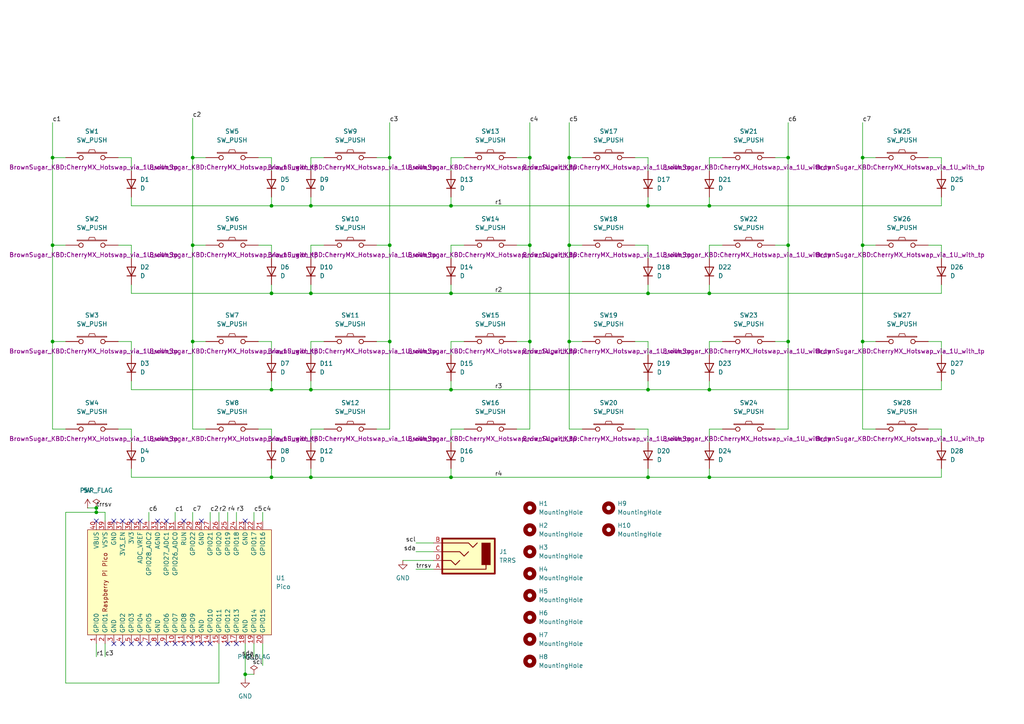
<source format=kicad_sch>
(kicad_sch (version 20231120) (generator "eeschema") (generator_version "8.0")
  (paper "A4")
  (lib_symbols
    (symbol "BrownSugar_KBD:SW_PUSH" (pin_numbers hide) (pin_names (offset 1.016) hide)
      (property "Reference" "SW" (at 3.81 2.794 0))
      (property "Value" "SW_PUSH" (at 0 -2.032 0))
      (symbol "SW_PUSH_0_1"
        (rectangle (start -4.318 1.27) (end 4.318 1.524))
        (polyline (pts (xy -1.016 1.524) (xy -0.762 2.286) (xy 0.762 2.286) (xy 1.016 1.524)))
        (pin passive inverted (at -7.62 0 0) (length 5.08) (name "1") (number "1"))
        (pin passive inverted (at 7.62 0 180) (length 5.08) (name "2") (number "2"))
      )
    )
    (symbol "BrownSugar_KBD:TRRS" (pin_names (offset 1.016))
      (property "Reference" "J" (at 0 8.89 0))
      (property "Value" "TRRS" (at 0 6.35 0))
      (symbol "TRRS_0_1"
        (rectangle (start -7.62 5.08) (end 7.62 -5.08) (stroke (width 0.508)) (fill (type background)))
        (rectangle (start -6.35 2.54) (end -3.81 -3.81) (stroke (width 0.127)) (fill (type outline)))
        (polyline (pts (xy 7.62 3.81) (xy -5.08 3.81) (xy -5.08 2.54)) (stroke (width 0.254)))
        (polyline (pts (xy 7.62 -3.81) (xy 0 -3.81) (xy -1.27 -2.54) (xy -2.54 -3.81)) (stroke (width 0.254)))
        (polyline (pts (xy 7.62 -1.27) (xy 2.54 -1.27) (xy 1.27 0) (xy 0 -1.27)) (stroke (width 0.254)))
        (polyline (pts (xy 7.62 1.27) (xy 5.08 1.27) (xy 3.81 2.54) (xy 2.54 1.27)) (stroke (width 0.254)))
      )
      (symbol "TRRS_1_1"
        (pin bidirectional line (at 10.16 3.81 180) (length 2.54) (name "~") (number "A"))
        (pin bidirectional line (at 10.16 -3.81 180) (length 2.54) (name "~") (number "B"))
        (pin bidirectional line (at 10.16 -1.27 180) (length 2.54) (name "~") (number "C"))
        (pin bidirectional line (at 10.16 1.27 180) (length 2.54) (name "~") (number "D"))
      )
    )
    (symbol "Device:D" (pin_numbers hide) (pin_names (offset 1.016) hide)
      (property "Reference" "D" (at 0 2.54 0))
      (property "Value" "D" (at 0 -2.54 0))
      (symbol "D_0_1"
        (polyline (pts (xy -1.27 1.27) (xy -1.27 -1.27)) (stroke (width 0.254)))
        (polyline (pts (xy 1.27 0) (xy -1.27 0)))
        (polyline (pts (xy 1.27 1.27) (xy 1.27 -1.27) (xy -1.27 0) (xy 1.27 1.27)) (stroke (width 0.254)))
      )
      (symbol "D_1_1"
        (pin passive line (at -3.81 0 0) (length 2.54) (name "K") (number "1"))
        (pin passive line (at 3.81 0 180) (length 2.54) (name "A") (number "2"))
      )
    )
    (symbol "MCU_RaspberryPi_and_Boards:Pico_no_debug"
      (property "Reference" "U" (at 0 0 0))
      (symbol "Pico_no_debug_0_0"
        (text "Raspberry Pi Pico" (at 0 24.13 0) (effects (font (size 1.27 1.27))))
      )
      (symbol "Pico_no_debug_0_1"
        (rectangle (start -15.24 29.21) (end 15.24 -24.13) (fill (type background)))
      )
      (symbol "Pico_no_debug_1_1"
        (pin bidirectional line (at -17.78 26.67 0) (length 2.54) (name "GPIO0") (number "1"))
        (pin bidirectional line (at -17.78 3.81 0) (length 2.54) (name "GPIO7") (number "10"))
        (pin bidirectional line (at -17.78 1.27 0) (length 2.54) (name "GPIO8") (number "11"))
        (pin bidirectional line (at -17.78 -1.27 0) (length 2.54) (name "GPIO9") (number "12"))
        (pin power_in line (at -17.78 -3.81 0) (length 2.54) (name "GND") (number "13"))
        (pin bidirectional line (at -17.78 -6.35 0) (length 2.54) (name "GPIO10") (number "14"))
        (pin bidirectional line (at -17.78 -8.89 0) (length 2.54) (name "GPIO11") (number "15"))
        (pin bidirectional line (at -17.78 -11.43 0) (length 2.54) (name "GPIO12") (number "16"))
        (pin bidirectional line (at -17.78 -13.97 0) (length 2.54) (name "GPIO13") (number "17"))
        (pin power_in line (at -17.78 -16.51 0) (length 2.54) (name "GND") (number "18"))
        (pin bidirectional line (at -17.78 -19.05 0) (length 2.54) (name "GPIO14") (number "19"))
        (pin bidirectional line (at -17.78 24.13 0) (length 2.54) (name "GPIO1") (number "2"))
        (pin bidirectional line (at -17.78 -21.59 0) (length 2.54) (name "GPIO15") (number "20"))
        (pin bidirectional line (at 17.78 -21.59 180) (length 2.54) (name "GPIO16") (number "21"))
        (pin bidirectional line (at 17.78 -19.05 180) (length 2.54) (name "GPIO17") (number "22"))
        (pin power_in line (at 17.78 -16.51 180) (length 2.54) (name "GND") (number "23"))
        (pin bidirectional line (at 17.78 -13.97 180) (length 2.54) (name "GPIO18") (number "24"))
        (pin bidirectional line (at 17.78 -11.43 180) (length 2.54) (name "GPIO19") (number "25"))
        (pin bidirectional line (at 17.78 -8.89 180) (length 2.54) (name "GPIO20") (number "26"))
        (pin bidirectional line (at 17.78 -6.35 180) (length 2.54) (name "GPIO21") (number "27"))
        (pin power_in line (at 17.78 -3.81 180) (length 2.54) (name "GND") (number "28"))
        (pin bidirectional line (at 17.78 -1.27 180) (length 2.54) (name "GPIO22") (number "29"))
        (pin power_in line (at -17.78 21.59 0) (length 2.54) (name "GND") (number "3"))
        (pin input line (at 17.78 1.27 180) (length 2.54) (name "RUN") (number "30"))
        (pin bidirectional line (at 17.78 3.81 180) (length 2.54) (name "GPIO26_ADC0") (number "31"))
        (pin bidirectional line (at 17.78 6.35 180) (length 2.54) (name "GPIO27_ADC1") (number "32"))
        (pin power_in line (at 17.78 8.89 180) (length 2.54) (name "AGND") (number "33"))
        (pin bidirectional line (at 17.78 11.43 180) (length 2.54) (name "GPIO28_ADC2") (number "34"))
        (pin power_in line (at 17.78 13.97 180) (length 2.54) (name "ADC_VREF") (number "35"))
        (pin power_in line (at 17.78 16.51 180) (length 2.54) (name "3V3") (number "36"))
        (pin input line (at 17.78 19.05 180) (length 2.54) (name "3V3_EN") (number "37"))
        (pin bidirectional line (at 17.78 21.59 180) (length 2.54) (name "GND") (number "38"))
        (pin power_in line (at 17.78 24.13 180) (length 2.54) (name "VSYS") (number "39"))
        (pin bidirectional line (at -17.78 19.05 0) (length 2.54) (name "GPIO2") (number "4"))
        (pin power_in line (at 17.78 26.67 180) (length 2.54) (name "VBUS") (number "40"))
        (pin bidirectional line (at -17.78 16.51 0) (length 2.54) (name "GPIO3") (number "5"))
        (pin bidirectional line (at -17.78 13.97 0) (length 2.54) (name "GPIO4") (number "6"))
        (pin bidirectional line (at -17.78 11.43 0) (length 2.54) (name "GPIO5") (number "7"))
        (pin power_in line (at -17.78 8.89 0) (length 2.54) (name "GND") (number "8"))
        (pin bidirectional line (at -17.78 6.35 0) (length 2.54) (name "GPIO6") (number "9"))
      )
    )
    (symbol "Mechanical:MountingHole" (pin_names (offset 1.016)) (exclude_from_sim yes) (in_bom no)
      (property "Reference" "H" (at 0 5.08 0))
      (property "Value" "MountingHole" (at 0 3.175 0))
      (symbol "MountingHole_0_1"
        (circle (center 0 0) (radius 1.27) (stroke (width 1.27)))
      )
    )
    (symbol "power:+3V3" (power) (pin_numbers hide) (pin_names (offset 0) hide)
      (property "Value" "+3V3" (at 0 3.556 0))
      (symbol "+3V3_0_1"
        (polyline (pts (xy -0.762 1.27) (xy 0 2.54)))
        (polyline (pts (xy 0 0) (xy 0 2.54)))
        (polyline (pts (xy 0 2.54) (xy 0.762 1.27)))
      )
      (symbol "+3V3_1_1"
        (pin power_in line (at 0 0 90) (length 0) (name "~") (number "1"))
      )
    )
    (symbol "power:GND" (power) (pin_numbers hide) (pin_names (offset 0) hide)
      (property "Value" "GND" (at 0 -3.81 0))
      (symbol "GND_0_1"
        (polyline (pts (xy 0 0) (xy 0 -1.27) (xy 1.27 -1.27) (xy 0 -2.54) (xy -1.27 -1.27) (xy 0 -1.27)))
      )
      (symbol "GND_1_1"
        (pin power_in line (at 0 0 270) (length 0) (name "~") (number "1"))
      )
    )
    (symbol "power:PWR_FLAG" (power) (pin_numbers hide) (pin_names (offset 0) hide)
      (property "Value" "PWR_FLAG" (at 0 3.81 0))
      (symbol "PWR_FLAG_0_0"
        (pin power_out line (at 0 0 90) (length 0) (name "~") (number "1"))
      )
      (symbol "PWR_FLAG_0_1"
        (polyline (pts (xy 0 0) (xy 0 1.27) (xy -1.016 1.905) (xy 0 2.54) (xy 1.016 1.905) (xy 0 1.27)))
      )
    )
  )
  (junction (at 78.74 113.03))
  (junction (at 187.96 85.09))
  (junction (at 205.74 59.69))
  (junction (at 15.24 99.06))
  (junction (at 187.96 138.43))
  (junction (at 55.88 99.06))
  (junction (at 113.03 71.12))
  (junction (at 130.81 113.03))
  (junction (at 27.94 148.59))
  (junction (at 78.74 85.09))
  (junction (at 55.88 45.72))
  (junction (at 78.74 59.69))
  (junction (at 250.19 99.06))
  (junction (at 228.6 45.72))
  (junction (at 71.12 195.58))
  (junction (at 130.81 85.09))
  (junction (at 187.96 113.03))
  (junction (at 113.03 45.72))
  (junction (at 165.1 71.12))
  (junction (at 165.1 45.72))
  (junction (at 55.88 71.12))
  (junction (at 153.67 71.12))
  (junction (at 15.24 71.12))
  (junction (at 153.67 99.06))
  (junction (at 90.17 138.43))
  (junction (at 228.6 71.12))
  (junction (at 113.03 99.06))
  (junction (at 165.1 99.06))
  (junction (at 250.19 71.12))
  (junction (at 205.74 138.43))
  (junction (at 90.17 59.69))
  (junction (at 90.17 113.03))
  (junction (at 250.19 45.72))
  (junction (at 27.94 147.32))
  (junction (at 15.24 45.72))
  (junction (at 130.81 138.43))
  (junction (at 78.74 138.43))
  (junction (at 153.67 45.72))
  (junction (at 228.6 99.06))
  (junction (at 205.74 85.09))
  (junction (at 205.74 113.03))
  (junction (at 90.17 85.09))
  (junction (at 130.81 59.69))
  (junction (at 187.96 59.69))
  (no_connect (at 66.04 186.69))
  (no_connect (at 38.1 186.69))
  (no_connect (at 40.64 151.13))
  (no_connect (at 58.42 186.69))
  (no_connect (at 38.1 151.13))
  (no_connect (at 33.02 151.13))
  (no_connect (at 60.96 186.69))
  (no_connect (at 40.64 186.69))
  (no_connect (at 50.8 186.69))
  (no_connect (at 48.26 186.69))
  (no_connect (at 35.56 151.13))
  (no_connect (at 27.94 151.13))
  (no_connect (at 45.72 186.69))
  (no_connect (at 48.26 151.13))
  (no_connect (at 43.18 186.69))
  (no_connect (at 71.12 151.13))
  (no_connect (at 55.88 186.69))
  (no_connect (at 58.42 151.13))
  (no_connect (at 68.58 186.69))
  (no_connect (at 53.34 151.13))
  (no_connect (at 53.34 186.69))
  (no_connect (at 45.72 151.13))
  (no_connect (at 35.56 186.69))
  (no_connect (at 33.02 186.69))
  (wire (pts (xy 38.1 71.12) (xy 38.1 74.93)))
  (wire (pts (xy 187.96 135.89) (xy 187.96 138.43)))
  (wire (pts (xy 66.04 151.13) (xy 66.04 148.59)))
  (wire (pts (xy 187.96 71.12) (xy 187.96 74.93)))
  (wire (pts (xy 125.73 165.1) (xy 120.65 165.1)))
  (wire (pts (xy 165.1 45.72) (xy 165.1 71.12)))
  (wire (pts (xy 269.24 99.06) (xy 273.05 99.06)))
  (wire (pts (xy 43.18 151.13) (xy 43.18 148.59)))
  (wire (pts (xy 228.6 99.06) (xy 228.6 124.46)))
  (wire (pts (xy 71.12 196.85) (xy 71.12 195.58)))
  (wire (pts (xy 38.1 99.06) (xy 38.1 102.87)))
  (wire (pts (xy 90.17 45.72) (xy 90.17 49.53)))
  (wire (pts (xy 60.96 148.59) (xy 60.96 151.13)))
  (wire (pts (xy 165.1 124.46) (xy 168.91 124.46)))
  (wire (pts (xy 187.96 99.06) (xy 187.96 102.87)))
  (wire (pts (xy 250.19 99.06) (xy 254 99.06)))
  (wire (pts (xy 187.96 138.43) (xy 205.74 138.43)))
  (wire (pts (xy 184.15 124.46) (xy 187.96 124.46)))
  (wire (pts (xy 205.74 135.89) (xy 205.74 138.43)))
  (wire (pts (xy 130.81 124.46) (xy 134.62 124.46)))
  (wire (pts (xy 73.66 148.59) (xy 73.66 151.13)))
  (wire (pts (xy 130.81 85.09) (xy 187.96 85.09)))
  (wire (pts (xy 90.17 71.12) (xy 93.98 71.12)))
  (wire (pts (xy 78.74 57.15) (xy 78.74 59.69)))
  (wire (pts (xy 187.96 124.46) (xy 187.96 128.27)))
  (wire (pts (xy 63.5 151.13) (xy 63.5 148.59)))
  (wire (pts (xy 76.2 148.59) (xy 76.2 151.13)))
  (wire (pts (xy 90.17 45.72) (xy 93.98 45.72)))
  (wire (pts (xy 38.1 135.89) (xy 38.1 138.43)))
  (wire (pts (xy 130.81 135.89) (xy 130.81 138.43)))
  (wire (pts (xy 78.74 45.72) (xy 78.74 49.53)))
  (wire (pts (xy 149.86 124.46) (xy 153.67 124.46)))
  (wire (pts (xy 224.79 45.72) (xy 228.6 45.72)))
  (wire (pts (xy 149.86 45.72) (xy 153.67 45.72)))
  (wire (pts (xy 273.05 57.15) (xy 273.05 59.69)))
  (wire (pts (xy 55.88 148.59) (xy 55.88 151.13)))
  (wire (pts (xy 187.96 57.15) (xy 187.96 59.69)))
  (wire (pts (xy 130.81 124.46) (xy 130.81 128.27)))
  (wire (pts (xy 78.74 110.49) (xy 78.74 113.03)))
  (wire (pts (xy 25.4 147.32) (xy 27.94 147.32)))
  (wire (pts (xy 78.74 113.03) (xy 90.17 113.03)))
  (wire (pts (xy 55.88 99.06) (xy 55.88 124.46)))
  (wire (pts (xy 224.79 124.46) (xy 228.6 124.46)))
  (wire (pts (xy 90.17 135.89) (xy 90.17 138.43)))
  (wire (pts (xy 269.24 71.12) (xy 273.05 71.12)))
  (wire (pts (xy 273.05 110.49) (xy 273.05 113.03)))
  (wire (pts (xy 273.05 71.12) (xy 273.05 74.93)))
  (wire (pts (xy 184.15 99.06) (xy 187.96 99.06)))
  (wire (pts (xy 74.93 45.72) (xy 78.74 45.72)))
  (wire (pts (xy 250.19 71.12) (xy 250.19 99.06)))
  (wire (pts (xy 15.24 99.06) (xy 19.05 99.06)))
  (wire (pts (xy 205.74 124.46) (xy 209.55 124.46)))
  (wire (pts (xy 90.17 110.49) (xy 90.17 113.03)))
  (wire (pts (xy 205.74 99.06) (xy 205.74 102.87)))
  (wire (pts (xy 130.81 113.03) (xy 187.96 113.03)))
  (wire (pts (xy 90.17 85.09) (xy 130.81 85.09)))
  (wire (pts (xy 30.48 151.13) (xy 30.48 148.59)))
  (wire (pts (xy 34.29 99.06) (xy 38.1 99.06)))
  (wire (pts (xy 38.1 57.15) (xy 38.1 59.69)))
  (wire (pts (xy 90.17 99.06) (xy 93.98 99.06)))
  (wire (pts (xy 130.81 71.12) (xy 130.81 74.93)))
  (wire (pts (xy 55.88 124.46) (xy 59.69 124.46)))
  (wire (pts (xy 38.1 45.72) (xy 38.1 49.53)))
  (wire (pts (xy 78.74 135.89) (xy 78.74 138.43)))
  (wire (pts (xy 187.96 82.55) (xy 187.96 85.09)))
  (wire (pts (xy 38.1 85.09) (xy 78.74 85.09)))
  (wire (pts (xy 113.03 45.72) (xy 113.03 71.12)))
  (wire (pts (xy 273.05 99.06) (xy 273.05 102.87)))
  (wire (pts (xy 76.2 186.69) (xy 76.2 193.04)))
  (wire (pts (xy 205.74 85.09) (xy 273.05 85.09)))
  (wire (pts (xy 38.1 124.46) (xy 38.1 128.27)))
  (wire (pts (xy 68.58 151.13) (xy 68.58 148.59)))
  (wire (pts (xy 228.6 35.56) (xy 228.6 45.72)))
  (wire (pts (xy 90.17 124.46) (xy 90.17 128.27)))
  (wire (pts (xy 205.74 71.12) (xy 205.74 74.93)))
  (wire (pts (xy 269.24 45.72) (xy 273.05 45.72)))
  (wire (pts (xy 165.1 99.06) (xy 165.1 124.46)))
  (wire (pts (xy 109.22 124.46) (xy 113.03 124.46)))
  (wire (pts (xy 90.17 71.12) (xy 90.17 74.93)))
  (wire (pts (xy 187.96 113.03) (xy 205.74 113.03)))
  (wire (pts (xy 50.8 148.59) (xy 50.8 151.13)))
  (wire (pts (xy 15.24 71.12) (xy 15.24 99.06)))
  (wire (pts (xy 55.88 34.29) (xy 55.88 45.72)))
  (wire (pts (xy 205.74 138.43) (xy 273.05 138.43)))
  (wire (pts (xy 273.05 135.89) (xy 273.05 138.43)))
  (wire (pts (xy 165.1 99.06) (xy 168.91 99.06)))
  (wire (pts (xy 71.12 186.69) (xy 71.12 195.58)))
  (wire (pts (xy 27.94 186.69) (xy 27.94 190.5)))
  (wire (pts (xy 250.19 35.56) (xy 250.19 45.72)))
  (wire (pts (xy 153.67 45.72) (xy 153.67 71.12)))
  (wire (pts (xy 78.74 99.06) (xy 78.74 102.87)))
  (wire (pts (xy 250.19 45.72) (xy 250.19 71.12)))
  (wire (pts (xy 113.03 99.06) (xy 113.03 124.46)))
  (wire (pts (xy 38.1 59.69) (xy 78.74 59.69)))
  (wire (pts (xy 109.22 45.72) (xy 113.03 45.72)))
  (wire (pts (xy 90.17 59.69) (xy 130.81 59.69)))
  (wire (pts (xy 38.1 110.49) (xy 38.1 113.03)))
  (wire (pts (xy 15.24 71.12) (xy 19.05 71.12)))
  (wire (pts (xy 55.88 71.12) (xy 59.69 71.12)))
  (wire (pts (xy 205.74 59.69) (xy 273.05 59.69)))
  (wire (pts (xy 187.96 59.69) (xy 205.74 59.69)))
  (wire (pts (xy 78.74 82.55) (xy 78.74 85.09)))
  (wire (pts (xy 165.1 71.12) (xy 165.1 99.06)))
  (wire (pts (xy 90.17 57.15) (xy 90.17 59.69)))
  (wire (pts (xy 116.84 162.56) (xy 125.73 162.56)))
  (wire (pts (xy 34.29 124.46) (xy 38.1 124.46)))
  (wire (pts (xy 90.17 138.43) (xy 130.81 138.43)))
  (wire (pts (xy 250.19 71.12) (xy 254 71.12)))
  (wire (pts (xy 205.74 57.15) (xy 205.74 59.69)))
  (wire (pts (xy 205.74 124.46) (xy 205.74 128.27)))
  (wire (pts (xy 30.48 186.69) (xy 30.48 190.5)))
  (wire (pts (xy 228.6 45.72) (xy 228.6 71.12)))
  (wire (pts (xy 38.1 113.03) (xy 78.74 113.03)))
  (wire (pts (xy 38.1 82.55) (xy 38.1 85.09)))
  (wire (pts (xy 165.1 35.56) (xy 165.1 45.72)))
  (wire (pts (xy 113.03 71.12) (xy 113.03 99.06)))
  (wire (pts (xy 205.74 71.12) (xy 209.55 71.12)))
  (wire (pts (xy 15.24 45.72) (xy 19.05 45.72)))
  (wire (pts (xy 55.88 71.12) (xy 55.88 99.06)))
  (wire (pts (xy 153.67 71.12) (xy 153.67 99.06)))
  (wire (pts (xy 149.86 99.06) (xy 153.67 99.06)))
  (wire (pts (xy 15.24 45.72) (xy 15.24 71.12)))
  (wire (pts (xy 205.74 110.49) (xy 205.74 113.03)))
  (wire (pts (xy 224.79 71.12) (xy 228.6 71.12)))
  (wire (pts (xy 273.05 45.72) (xy 273.05 49.53)))
  (wire (pts (xy 78.74 59.69) (xy 90.17 59.69)))
  (wire (pts (xy 63.5 186.69) (xy 63.5 198.12)))
  (wire (pts (xy 73.66 186.69) (xy 73.66 190.5)))
  (wire (pts (xy 184.15 45.72) (xy 187.96 45.72)))
  (wire (pts (xy 250.19 99.06) (xy 250.19 124.46)))
  (wire (pts (xy 269.24 124.46) (xy 273.05 124.46)))
  (wire (pts (xy 130.81 110.49) (xy 130.81 113.03)))
  (wire (pts (xy 130.81 45.72) (xy 130.81 49.53)))
  (wire (pts (xy 205.74 99.06) (xy 209.55 99.06)))
  (wire (pts (xy 130.81 59.69) (xy 187.96 59.69)))
  (wire (pts (xy 187.96 45.72) (xy 187.96 49.53)))
  (wire (pts (xy 90.17 124.46) (xy 93.98 124.46)))
  (wire (pts (xy 153.67 35.56) (xy 153.67 45.72)))
  (wire (pts (xy 109.22 99.06) (xy 113.03 99.06)))
  (wire (pts (xy 130.81 138.43) (xy 187.96 138.43)))
  (wire (pts (xy 55.88 45.72) (xy 59.69 45.72)))
  (wire (pts (xy 74.93 99.06) (xy 78.74 99.06)))
  (wire (pts (xy 130.81 99.06) (xy 130.81 102.87)))
  (wire (pts (xy 250.19 45.72) (xy 254 45.72)))
  (wire (pts (xy 78.74 85.09) (xy 90.17 85.09)))
  (wire (pts (xy 34.29 45.72) (xy 38.1 45.72)))
  (wire (pts (xy 125.73 160.02) (xy 120.65 160.02)))
  (wire (pts (xy 130.81 82.55) (xy 130.81 85.09)))
  (wire (pts (xy 153.67 99.06) (xy 153.67 124.46)))
  (wire (pts (xy 250.19 124.46) (xy 254 124.46)))
  (wire (pts (xy 187.96 110.49) (xy 187.96 113.03)))
  (wire (pts (xy 55.88 45.72) (xy 55.88 71.12)))
  (wire (pts (xy 38.1 138.43) (xy 78.74 138.43)))
  (wire (pts (xy 205.74 113.03) (xy 273.05 113.03)))
  (wire (pts (xy 78.74 71.12) (xy 78.74 74.93)))
  (wire (pts (xy 149.86 71.12) (xy 153.67 71.12)))
  (wire (pts (xy 113.03 35.56) (xy 113.03 45.72)))
  (wire (pts (xy 78.74 124.46) (xy 78.74 128.27)))
  (wire (pts (xy 125.73 157.48) (xy 120.65 157.48)))
  (wire (pts (xy 228.6 71.12) (xy 228.6 99.06)))
  (wire (pts (xy 205.74 45.72) (xy 205.74 49.53)))
  (wire (pts (xy 184.15 71.12) (xy 187.96 71.12)))
  (wire (pts (xy 205.74 45.72) (xy 209.55 45.72)))
  (wire (pts (xy 273.05 82.55) (xy 273.05 85.09)))
  (wire (pts (xy 90.17 82.55) (xy 90.17 85.09)))
  (wire (pts (xy 205.74 82.55) (xy 205.74 85.09)))
  (wire (pts (xy 130.81 57.15) (xy 130.81 59.69)))
  (wire (pts (xy 165.1 71.12) (xy 168.91 71.12)))
  (wire (pts (xy 90.17 113.03) (xy 130.81 113.03)))
  (wire (pts (xy 90.17 99.06) (xy 90.17 102.87)))
  (wire (pts (xy 73.66 195.58) (xy 71.12 195.58)))
  (wire (pts (xy 130.81 45.72) (xy 134.62 45.72)))
  (wire (pts (xy 130.81 99.06) (xy 134.62 99.06)))
  (wire (pts (xy 19.05 148.59) (xy 27.94 148.59)))
  (wire (pts (xy 15.24 124.46) (xy 19.05 124.46)))
  (wire (pts (xy 19.05 198.12) (xy 19.05 148.59)))
  (wire (pts (xy 187.96 85.09) (xy 205.74 85.09)))
  (wire (pts (xy 74.93 124.46) (xy 78.74 124.46)))
  (wire (pts (xy 27.94 147.32) (xy 27.94 148.59)))
  (wire (pts (xy 224.79 99.06) (xy 228.6 99.06)))
  (wire (pts (xy 15.24 99.06) (xy 15.24 124.46)))
  (wire (pts (xy 74.93 71.12) (xy 78.74 71.12)))
  (wire (pts (xy 109.22 71.12) (xy 113.03 71.12)))
  (wire (pts (xy 55.88 99.06) (xy 59.69 99.06)))
  (wire (pts (xy 130.81 71.12) (xy 134.62 71.12)))
  (wire (pts (xy 165.1 45.72) (xy 168.91 45.72)))
  (wire (pts (xy 34.29 71.12) (xy 38.1 71.12)))
  (wire (pts (xy 273.05 124.46) (xy 273.05 128.27)))
  (wire (pts (xy 78.74 138.43) (xy 90.17 138.43)))
  (wire (pts (xy 63.5 198.12) (xy 19.05 198.12)))
  (wire (pts (xy 15.24 35.56) (xy 15.24 45.72)))
  (wire (pts (xy 30.48 148.59) (xy 27.94 148.59)))
  (label "r2" (at 143.51 85.09 0))
  (label "c1" (at 50.8 148.59 0))
  (label "trrsv" (at 27.94 147.32 0))
  (label "sda" (at 120.65 160.02 180))
  (label "r3" (at 68.58 148.59 0))
  (label "r4" (at 66.04 148.59 0))
  (label "c4" (at 153.67 35.56 0))
  (label "c6" (at 228.6 35.56 0))
  (label "c3" (at 113.03 35.56 0))
  (label "r3" (at 143.51 113.03 0))
  (label "c2" (at 60.96 148.59 0))
  (label "sda" (at 73.66 190.5 180))
  (label "c7" (at 250.19 35.56 0))
  (label "GND" (at 71.12 191.77 0))
  (label "c5" (at 165.1 35.56 0))
  (label "c5" (at 73.66 148.59 0))
  (label "r2" (at 63.5 148.59 0))
  (label "r4" (at 143.51 138.43 0))
  (label "c1" (at 15.24 35.56 0))
  (label "c6" (at 43.18 148.59 0))
  (label "c3" (at 30.48 190.5 0))
  (label "scl" (at 120.65 157.48 180))
  (label "c7" (at 55.88 148.59 0))
  (label "c2" (at 55.88 34.29 0))
  (label "trrsv" (at 120.65 165.1 0))
  (label "r1" (at 27.94 190.5 0))
  (label "scl" (at 76.2 193.04 180))
  (label "r1" (at 143.51 59.69 0))
  (label "c4" (at 76.2 148.59 0))
  (symbol (lib_id "BrownSugar_KBD:SW_PUSH") (at 67.31 45.72 0) (unit 1)
    (property "Reference" "SW5" (at 67.31 38.1 0))
    (property "Value" "SW_PUSH" (at 67.31 40.64 0))
    (property "Footprint" "BrownSugar_KBD:CherryMX_Hotswap_via_1U_with_tp" (at 67.818 48.514 0))
  )
  (symbol (lib_id "Device:D") (at 187.96 53.34 90) (unit 1)
    (property "Reference" "D17" (at 190.5 52.0699 90) (effects (justify right)))
    (property "Value" "D" (at 190.5 54.6099 90) (effects (justify right)))
    (property "Footprint" "Diode_THT:D_DO-34_SOD68_P12.70mm_Horizontal" (effects (hide yes)))
    (property "Description" "Diode" (effects (hide yes)))
    (property "Sim.Device" "D" (effects (hide yes)))
    (property "Sim.Pins" "1=K 2=A" (effects (hide yes)))
  )
  (symbol (lib_id "Device:D") (at 38.1 106.68 90) (unit 1)
    (property "Reference" "D3" (at 40.64 105.4099 90) (effects (justify right)))
    (property "Value" "D" (at 40.64 107.9499 90) (effects (justify right)))
    (property "Footprint" "Diode_THT:D_DO-34_SOD68_P12.70mm_Horizontal" (effects (hide yes)))
    (property "Description" "Diode" (effects (hide yes)))
    (property "Sim.Device" "D" (effects (hide yes)))
    (property "Sim.Pins" "1=K 2=A" (effects (hide yes)))
  )
  (symbol (lib_id "BrownSugar_KBD:SW_PUSH") (at 176.53 99.06 0) (mirror y) (unit 1)
    (property "Reference" "SW19" (at 176.53 91.44 0))
    (property "Value" "SW_PUSH" (at 176.53 93.98 0))
    (property "Footprint" "BrownSugar_KBD:CherryMX_Hotswap_via_1U_with_tp" (at 176.022 101.854 0))
  )
  (symbol (lib_id "BrownSugar_KBD:SW_PUSH") (at 142.24 99.06 0) (unit 1)
    (property "Reference" "SW15" (at 142.24 91.44 0))
    (property "Value" "SW_PUSH" (at 142.24 93.98 0))
    (property "Footprint" "BrownSugar_KBD:CherryMX_Hotswap_via_1U_with_tp" (at 142.748 101.854 0))
  )
  (symbol (lib_id "BrownSugar_KBD:SW_PUSH") (at 67.31 124.46 0) (unit 1)
    (property "Reference" "SW8" (at 67.31 116.84 0))
    (property "Value" "SW_PUSH" (at 67.31 119.38 0))
    (property "Footprint" "BrownSugar_KBD:CherryMX_Hotswap_via_1U_with_tp" (at 67.818 127.254 0))
  )
  (symbol (lib_id "Mechanical:MountingHole") (at 176.53 153.67 0) (unit 1) (exclude_from_sim yes) (in_bom no)
    (property "Reference" "H10" (at 179.07 152.3999 0) (effects (justify left)))
    (property "Value" "MountingHole" (at 179.07 154.9399 0) (effects (justify left)))
    (property "Footprint" "BrownSugar_KBD:mountinghole_M2" (effects (hide yes)))
    (property "Description" "Mounting Hole without connection" (effects (hide yes)))
  )
  (symbol (lib_id "BrownSugar_KBD:SW_PUSH") (at 101.6 99.06 0) (unit 1)
    (property "Reference" "SW11" (at 101.6 91.44 0))
    (property "Value" "SW_PUSH" (at 101.6 93.98 0))
    (property "Footprint" "BrownSugar_KBD:CherryMX_Hotswap_via_1U_with_tp" (at 102.108 101.854 0))
  )
  (symbol (lib_id "Mechanical:MountingHole") (at 153.67 179.07 0) (unit 1) (exclude_from_sim yes) (in_bom no)
    (property "Reference" "H6" (at 156.21 177.7999 0) (effects (justify left)))
    (property "Value" "MountingHole" (at 156.21 180.3399 0) (effects (justify left)))
    (property "Footprint" "BrownSugar_KBD:mountinghole_M2" (effects (hide yes)))
    (property "Description" "Mounting Hole without connection" (effects (hide yes)))
  )
  (symbol (lib_id "BrownSugar_KBD:SW_PUSH") (at 176.53 71.12 0) (mirror y) (unit 1)
    (property "Reference" "SW18" (at 176.53 63.5 0))
    (property "Value" "SW_PUSH" (at 176.53 66.04 0))
    (property "Footprint" "BrownSugar_KBD:CherryMX_Hotswap_via_1U_with_tp" (at 176.022 73.914 0))
  )
  (symbol (lib_id "Mechanical:MountingHole") (at 153.67 172.72 0) (unit 1) (exclude_from_sim yes) (in_bom no)
    (property "Reference" "H5" (at 156.21 171.4499 0) (effects (justify left)))
    (property "Value" "MountingHole" (at 156.21 173.9899 0) (effects (justify left)))
    (property "Footprint" "BrownSugar_KBD:mountinghole_M2" (effects (hide yes)))
    (property "Description" "Mounting Hole without connection" (effects (hide yes)))
  )
  (symbol (lib_id "BrownSugar_KBD:SW_PUSH") (at 176.53 45.72 0) (mirror y) (unit 1)
    (property "Reference" "SW17" (at 176.53 38.1 0))
    (property "Value" "SW_PUSH" (at 176.53 40.64 0))
    (property "Footprint" "BrownSugar_KBD:CherryMX_Hotswap_via_1U_with_tp" (at 176.022 48.514 0))
  )
  (symbol (lib_id "BrownSugar_KBD:TRRS") (at 135.89 161.29 180) (unit 1)
    (property "Reference" "J1" (at 144.78 160.0199 0) (effects (justify right)))
    (property "Value" "TRRS" (at 144.78 162.5599 0) (effects (justify right)))
    (property "Footprint" "BrownSugar_KBD:TRRS_PJ-320A" (effects (hide yes)))
  )
  (symbol (lib_id "Mechanical:MountingHole") (at 153.67 160.02 0) (unit 1) (exclude_from_sim yes) (in_bom no)
    (property "Reference" "H3" (at 156.21 158.7499 0) (effects (justify left)))
    (property "Value" "MountingHole" (at 156.21 161.2899 0) (effects (justify left)))
    (property "Footprint" "BrownSugar_KBD:mountinghole_M2" (effects (hide yes)))
    (property "Description" "Mounting Hole without connection" (effects (hide yes)))
  )
  (symbol (lib_id "Mechanical:MountingHole") (at 153.67 147.32 0) (unit 1) (exclude_from_sim yes) (in_bom no)
    (property "Reference" "H1" (at 156.21 146.0499 0) (effects (justify left)))
    (property "Value" "MountingHole" (at 156.21 148.5899 0) (effects (justify left)))
    (property "Footprint" "BrownSugar_KBD:mountinghole_M2" (effects (hide yes)))
    (property "Description" "Mounting Hole without connection" (effects (hide yes)))
  )
  (symbol (lib_id "power:+3V3") (at 25.4 147.32 0) (unit 1)
    (property "Reference" "#PWR04" (effects (hide yes)))
    (property "Value" "5V" (at 25.4 142.24 0))
    (property "Description" "Power symbol creates a global label with name \"+3V3\"" (effects (hide yes)))
  )
  (symbol (lib_id "Device:D") (at 90.17 132.08 90) (unit 1)
    (property "Reference" "D12" (at 92.71 130.8099 90) (effects (justify right)))
    (property "Value" "D" (at 92.71 133.3499 90) (effects (justify right)))
    (property "Footprint" "Diode_THT:D_DO-34_SOD68_P7.62mm_Horizontal" (effects (hide yes)))
    (property "Description" "Diode" (effects (hide yes)))
    (property "Sim.Device" "D" (effects (hide yes)))
    (property "Sim.Pins" "1=K 2=A" (effects (hide yes)))
  )
  (symbol (lib_id "Mechanical:MountingHole") (at 153.67 166.37 0) (unit 1) (exclude_from_sim yes) (in_bom no)
    (property "Reference" "H4" (at 156.21 165.0999 0) (effects (justify left)))
    (property "Value" "MountingHole" (at 156.21 167.6399 0) (effects (justify left)))
    (property "Footprint" "BrownSugar_KBD:mountinghole_M2" (effects (hide yes)))
    (property "Description" "Mounting Hole without connection" (effects (hide yes)))
  )
  (symbol (lib_id "Device:D") (at 187.96 78.74 90) (unit 1)
    (property "Reference" "D18" (at 190.5 77.4699 90) (effects (justify right)))
    (property "Value" "D" (at 190.5 80.0099 90) (effects (justify right)))
    (property "Footprint" "Diode_THT:D_DO-34_SOD68_P12.70mm_Horizontal" (effects (hide yes)))
    (property "Description" "Diode" (effects (hide yes)))
    (property "Sim.Device" "D" (effects (hide yes)))
    (property "Sim.Pins" "1=K 2=A" (effects (hide yes)))
  )
  (symbol (lib_id "BrownSugar_KBD:SW_PUSH") (at 101.6 124.46 0) (unit 1)
    (property "Reference" "SW12" (at 101.6 116.84 0))
    (property "Value" "SW_PUSH" (at 101.6 119.38 0))
    (property "Footprint" "BrownSugar_KBD:CherryMX_Hotswap_via_1U_with_tp" (at 102.108 127.254 0))
  )
  (symbol (lib_id "Mechanical:MountingHole") (at 153.67 191.77 0) (unit 1) (exclude_from_sim yes) (in_bom no)
    (property "Reference" "H8" (at 156.21 190.4999 0) (effects (justify left)))
    (property "Value" "MountingHole" (at 156.21 193.0399 0) (effects (justify left)))
    (property "Footprint" "BrownSugar_KBD:mountinghole_M2" (effects (hide yes)))
    (property "Description" "Mounting Hole without connection" (effects (hide yes)))
  )
  (symbol (lib_id "BrownSugar_KBD:SW_PUSH") (at 26.67 124.46 0) (unit 1)
    (property "Reference" "SW4" (at 26.67 116.84 0))
    (property "Value" "SW_PUSH" (at 26.67 119.38 0))
    (property "Footprint" "BrownSugar_KBD:CherryMX_Hotswap_via_1U_with_tp" (at 27.178 127.254 0))
  )
  (symbol (lib_id "Device:D") (at 38.1 78.74 90) (unit 1)
    (property "Reference" "D2" (at 40.64 77.4699 90) (effects (justify right)))
    (property "Value" "D" (at 40.64 80.0099 90) (effects (justify right)))
    (property "Footprint" "Diode_THT:D_DO-15_P15.24mm_Horizontal" (effects (hide yes)))
    (property "Description" "Diode" (effects (hide yes)))
    (property "Sim.Device" "D" (effects (hide yes)))
    (property "Sim.Pins" "1=K 2=A" (effects (hide yes)))
  )
  (symbol (lib_id "Device:D") (at 273.05 106.68 90) (unit 1)
    (property "Reference" "D27" (at 275.59 105.4099 90) (effects (justify right)))
    (property "Value" "D" (at 275.59 107.9499 90) (effects (justify right)))
    (property "Footprint" "Diode_THT:D_DO-34_SOD68_P12.70mm_Horizontal" (effects (hide yes)))
    (property "Description" "Diode" (effects (hide yes)))
    (property "Sim.Device" "D" (effects (hide yes)))
    (property "Sim.Pins" "1=K 2=A" (effects (hide yes)))
  )
  (symbol (lib_id "Device:D") (at 78.74 78.74 90) (unit 1)
    (property "Reference" "D6" (at 81.28 77.4699 90) (effects (justify right)))
    (property "Value" "D" (at 81.28 80.0099 90) (effects (justify right)))
    (property "Footprint" "Diode_THT:D_DO-34_SOD68_P10.16mm_Horizontal" (effects (hide yes)))
    (property "Description" "Diode" (effects (hide yes)))
    (property "Sim.Device" "D" (effects (hide yes)))
    (property "Sim.Pins" "1=K 2=A" (effects (hide yes)))
  )
  (symbol (lib_id "Device:D") (at 273.05 132.08 90) (unit 1)
    (property "Reference" "D28" (at 275.59 130.8099 90) (effects (justify right)))
    (property "Value" "D" (at 275.59 133.3499 90) (effects (justify right)))
    (property "Footprint" "Diode_THT:D_DO-34_SOD68_P12.70mm_Horizontal" (effects (hide yes)))
    (property "Description" "Diode" (effects (hide yes)))
    (property "Sim.Device" "D" (effects (hide yes)))
    (property "Sim.Pins" "1=K 2=A" (effects (hide yes)))
  )
  (symbol (lib_id "power:GND") (at 71.12 196.85 0) (unit 1)
    (property "Reference" "#PWR01" (effects (hide yes)))
    (property "Value" "GND" (at 71.12 201.93 0))
    (property "Description" "Power symbol creates a global label with name \"GND\" , ground" (effects (hide yes)))
  )
  (symbol (lib_id "power:GND") (at 116.84 162.56 0) (unit 1)
    (property "Reference" "#PWR03" (effects (hide yes)))
    (property "Value" "GND" (at 116.84 167.64 0))
    (property "Description" "Power symbol creates a global label with name \"GND\" , ground" (effects (hide yes)))
  )
  (symbol (lib_id "power:PWR_FLAG") (at 73.66 195.58 0) (unit 1)
    (property "Reference" "#FLG02" (effects (hide yes)))
    (property "Value" "PWR_FLAG" (at 73.66 190.5 0))
    (property "Description" "Special symbol for telling ERC where power comes from" (effects (hide yes)))
  )
  (symbol (lib_id "BrownSugar_KBD:SW_PUSH") (at 142.24 71.12 0) (unit 1)
    (property "Reference" "SW14" (at 142.24 63.5 0))
    (property "Value" "SW_PUSH" (at 142.24 66.04 0))
    (property "Footprint" "BrownSugar_KBD:CherryMX_Hotswap_via_1U_with_tp" (at 142.748 73.914 0))
  )
  (symbol (lib_id "Device:D") (at 90.17 53.34 90) (unit 1)
    (property "Reference" "D9" (at 92.71 52.0699 90) (effects (justify right)))
    (property "Value" "D" (at 92.71 54.6099 90) (effects (justify right)))
    (property "Footprint" "Diode_THT:D_DO-34_SOD68_P10.16mm_Horizontal" (effects (hide yes)))
    (property "Description" "Diode" (effects (hide yes)))
    (property "Sim.Device" "D" (effects (hide yes)))
    (property "Sim.Pins" "1=K 2=A" (effects (hide yes)))
  )
  (symbol (lib_id "Device:D") (at 205.74 132.08 90) (unit 1)
    (property "Reference" "D24" (at 208.28 130.8099 90) (effects (justify right)))
    (property "Value" "D" (at 208.28 133.3499 90) (effects (justify right)))
    (property "Footprint" "Diode_THT:D_DO-34_SOD68_P10.16mm_Horizontal" (effects (hide yes)))
    (property "Description" "Diode" (effects (hide yes)))
    (property "Sim.Device" "D" (effects (hide yes)))
    (property "Sim.Pins" "1=K 2=A" (effects (hide yes)))
  )
  (symbol (lib_id "Device:D") (at 130.81 132.08 90) (unit 1)
    (property "Reference" "D16" (at 133.35 130.8099 90) (effects (justify right)))
    (property "Value" "D" (at 133.35 133.3499 90) (effects (justify right)))
    (property "Footprint" "Diode_THT:D_DO-34_SOD68_P12.70mm_Horizontal" (effects (hide yes)))
    (property "Description" "Diode" (effects (hide yes)))
    (property "Sim.Device" "D" (effects (hide yes)))
    (property "Sim.Pins" "1=K 2=A" (effects (hide yes)))
  )
  (symbol (lib_id "BrownSugar_KBD:SW_PUSH") (at 217.17 45.72 0) (mirror y) (unit 1)
    (property "Reference" "SW21" (at 217.17 38.1 0))
    (property "Value" "SW_PUSH" (at 217.17 40.64 0))
    (property "Footprint" "BrownSugar_KBD:CherryMX_Hotswap_via_1U_with_tp" (at 216.662 48.514 0))
  )
  (symbol (lib_id "BrownSugar_KBD:SW_PUSH") (at 261.62 45.72 0) (mirror y) (unit 1)
    (property "Reference" "SW25" (at 261.62 38.1 0))
    (property "Value" "SW_PUSH" (at 261.62 40.64 0))
    (property "Footprint" "BrownSugar_KBD:CherryMX_Hotswap_via_1U_with_tp" (at 261.112 48.514 0))
  )
  (symbol (lib_id "Device:D") (at 273.05 78.74 90) (unit 1)
    (property "Reference" "D26" (at 275.59 77.4699 90) (effects (justify right)))
    (property "Value" "D" (at 275.59 80.0099 90) (effects (justify right)))
    (property "Footprint" "Diode_THT:D_DO-34_SOD68_P12.70mm_Horizontal" (effects (hide yes)))
    (property "Description" "Diode" (effects (hide yes)))
    (property "Sim.Device" "D" (effects (hide yes)))
    (property "Sim.Pins" "1=K 2=A" (effects (hide yes)))
  )
  (symbol (lib_id "Device:D") (at 205.74 106.68 90) (unit 1)
    (property "Reference" "D23" (at 208.28 105.4099 90) (effects (justify right)))
    (property "Value" "D" (at 208.28 107.9499 90) (effects (justify right)))
    (property "Footprint" "Diode_THT:D_DO-34_SOD68_P10.16mm_Horizontal" (effects (hide yes)))
    (property "Description" "Diode" (effects (hide yes)))
    (property "Sim.Device" "D" (effects (hide yes)))
    (property "Sim.Pins" "1=K 2=A" (effects (hide yes)))
  )
  (symbol (lib_id "BrownSugar_KBD:SW_PUSH") (at 261.62 99.06 0) (mirror y) (unit 1)
    (property "Reference" "SW27" (at 261.62 91.44 0))
    (property "Value" "SW_PUSH" (at 261.62 93.98 0))
    (property "Footprint" "BrownSugar_KBD:CherryMX_Hotswap_via_1U_with_tp" (at 261.112 101.854 0))
  )
  (symbol (lib_id "BrownSugar_KBD:SW_PUSH") (at 217.17 99.06 0) (mirror y) (unit 1)
    (property "Reference" "SW23" (at 217.17 91.44 0))
    (property "Value" "SW_PUSH" (at 217.17 93.98 0))
    (property "Footprint" "BrownSugar_KBD:CherryMX_Hotswap_via_1U_with_tp" (at 216.662 101.854 0))
  )
  (symbol (lib_id "BrownSugar_KBD:SW_PUSH") (at 26.67 45.72 0) (unit 1)
    (property "Reference" "SW1" (at 26.67 38.1 0))
    (property "Value" "SW_PUSH" (at 26.67 40.64 0))
    (property "Footprint" "BrownSugar_KBD:CherryMX_Hotswap_via_1U_with_tp" (at 27.178 48.514 0))
  )
  (symbol (lib_id "Mechanical:MountingHole") (at 153.67 153.67 0) (unit 1) (exclude_from_sim yes) (in_bom no)
    (property "Reference" "H2" (at 156.21 152.3999 0) (effects (justify left)))
    (property "Value" "MountingHole" (at 156.21 154.9399 0) (effects (justify left)))
    (property "Footprint" "BrownSugar_KBD:mountinghole_M2" (effects (hide yes)))
    (property "Description" "Mounting Hole without connection" (effects (hide yes)))
  )
  (symbol (lib_id "Device:D") (at 78.74 106.68 90) (unit 1)
    (property "Reference" "D7" (at 81.28 105.4099 90) (effects (justify right)))
    (property "Value" "D" (at 81.28 107.9499 90) (effects (justify right)))
    (property "Footprint" "Diode_THT:D_DO-34_SOD68_P7.62mm_Horizontal" (effects (hide yes)))
    (property "Description" "Diode" (effects (hide yes)))
    (property "Sim.Device" "D" (effects (hide yes)))
    (property "Sim.Pins" "1=K 2=A" (effects (hide yes)))
  )
  (symbol (lib_id "BrownSugar_KBD:SW_PUSH") (at 176.53 124.46 0) (mirror y) (unit 1)
    (property "Reference" "SW20" (at 176.53 116.84 0))
    (property "Value" "SW_PUSH" (at 176.53 119.38 0))
    (property "Footprint" "BrownSugar_KBD:CherryMX_Hotswap_via_1U_with_tp" (at 176.022 127.254 0))
  )
  (symbol (lib_id "Device:D") (at 130.81 78.74 90) (unit 1)
    (property "Reference" "D14" (at 133.35 77.4699 90) (effects (justify right)))
    (property "Value" "D" (at 133.35 80.0099 90) (effects (justify right)))
    (property "Footprint" "Diode_THT:D_DO-34_SOD68_P12.70mm_Horizontal" (effects (hide yes)))
    (property "Description" "Diode" (effects (hide yes)))
    (property "Sim.Device" "D" (effects (hide yes)))
    (property "Sim.Pins" "1=K 2=A" (effects (hide yes)))
  )
  (symbol (lib_id "BrownSugar_KBD:SW_PUSH") (at 26.67 71.12 0) (unit 1)
    (property "Reference" "SW2" (at 26.67 63.5 0))
    (property "Value" "SW_PUSH" (at 26.67 66.04 0))
    (property "Footprint" "BrownSugar_KBD:CherryMX_Hotswap_via_1U_with_tp" (at 27.178 73.914 0))
  )
  (symbol (lib_id "BrownSugar_KBD:SW_PUSH") (at 67.31 71.12 0) (unit 1)
    (property "Reference" "SW6" (at 67.31 63.5 0))
    (property "Value" "SW_PUSH" (at 67.31 66.04 0))
    (property "Footprint" "BrownSugar_KBD:CherryMX_Hotswap_via_1U_with_tp" (at 67.818 73.914 0))
  )
  (symbol (lib_id "Mechanical:MountingHole") (at 153.67 185.42 0) (unit 1) (exclude_from_sim yes) (in_bom no)
    (property "Reference" "H7" (at 156.21 184.1499 0) (effects (justify left)))
    (property "Value" "MountingHole" (at 156.21 186.6899 0) (effects (justify left)))
    (property "Footprint" "BrownSugar_KBD:mountinghole_M2" (effects (hide yes)))
    (property "Description" "Mounting Hole without connection" (effects (hide yes)))
  )
  (symbol (lib_id "Device:D") (at 187.96 106.68 90) (unit 1)
    (property "Reference" "D19" (at 190.5 105.4099 90) (effects (justify right)))
    (property "Value" "D" (at 190.5 107.9499 90) (effects (justify right)))
    (property "Footprint" "Diode_THT:D_DO-34_SOD68_P12.70mm_Horizontal" (effects (hide yes)))
    (property "Description" "Diode" (effects (hide yes)))
    (property "Sim.Device" "D" (effects (hide yes)))
    (property "Sim.Pins" "1=K 2=A" (effects (hide yes)))
  )
  (symbol (lib_id "BrownSugar_KBD:SW_PUSH") (at 142.24 124.46 0) (unit 1)
    (property "Reference" "SW16" (at 142.24 116.84 0))
    (property "Value" "SW_PUSH" (at 142.24 119.38 0))
    (property "Footprint" "BrownSugar_KBD:CherryMX_Hotswap_via_1U_with_tp" (at 142.748 127.254 0))
  )
  (symbol (lib_id "Device:D") (at 38.1 132.08 90) (unit 1)
    (property "Reference" "D4" (at 40.64 130.8099 90) (effects (justify right)))
    (property "Value" "D" (at 40.64 133.3499 90) (effects (justify right)))
    (property "Footprint" "Diode_THT:D_DO-15_P15.24mm_Horizontal" (effects (hide yes)))
    (property "Description" "Diode" (effects (hide yes)))
    (property "Sim.Device" "D" (effects (hide yes)))
    (property "Sim.Pins" "1=K 2=A" (effects (hide yes)))
  )
  (symbol (lib_id "BrownSugar_KBD:SW_PUSH") (at 217.17 124.46 0) (mirror y) (unit 1)
    (property "Reference" "SW24" (at 217.17 116.84 0))
    (property "Value" "SW_PUSH" (at 217.17 119.38 0))
    (property "Footprint" "BrownSugar_KBD:CherryMX_Hotswap_via_1U_with_tp" (at 216.662 127.254 0))
  )
  (symbol (lib_id "Device:D") (at 205.74 53.34 90) (unit 1)
    (property "Reference" "D21" (at 208.28 52.0699 90) (effects (justify right)))
    (property "Value" "D" (at 208.28 54.6099 90) (effects (justify right)))
    (property "Footprint" "Diode_THT:D_DO-34_SOD68_P10.16mm_Horizontal" (effects (hide yes)))
    (property "Description" "Diode" (effects (hide yes)))
    (property "Sim.Device" "D" (effects (hide yes)))
    (property "Sim.Pins" "1=K 2=A" (effects (hide yes)))
  )
  (symbol (lib_id "Device:D") (at 130.81 106.68 90) (unit 1)
    (property "Reference" "D15" (at 133.35 105.4099 90) (effects (justify right)))
    (property "Value" "D" (at 133.35 107.9499 90) (effects (justify right)))
    (property "Footprint" "Diode_THT:D_DO-15_P15.24mm_Horizontal" (effects (hide yes)))
    (property "Description" "Diode" (effects (hide yes)))
    (property "Sim.Device" "D" (effects (hide yes)))
    (property "Sim.Pins" "1=K 2=A" (effects (hide yes)))
  )
  (symbol (lib_id "BrownSugar_KBD:SW_PUSH") (at 101.6 45.72 0) (unit 1)
    (property "Reference" "SW9" (at 101.6 38.1 0))
    (property "Value" "SW_PUSH" (at 101.6 40.64 0))
    (property "Footprint" "BrownSugar_KBD:CherryMX_Hotswap_via_1U_with_tp" (at 102.108 48.514 0))
  )
  (symbol (lib_id "Mechanical:MountingHole") (at 176.53 147.32 0) (unit 1) (exclude_from_sim yes) (in_bom no)
    (property "Reference" "H9" (at 179.07 146.0499 0) (effects (justify left)))
    (property "Value" "MountingHole" (at 179.07 148.5899 0) (effects (justify left)))
    (property "Footprint" "BrownSugar_KBD:mountinghole_M2" (effects (hide yes)))
    (property "Description" "Mounting Hole without connection" (effects (hide yes)))
  )
  (symbol (lib_id "Device:D") (at 78.74 132.08 90) (unit 1)
    (property "Reference" "D8" (at 81.28 130.8099 90) (effects (justify right)))
    (property "Value" "D" (at 81.28 133.3499 90) (effects (justify right)))
    (property "Footprint" "Diode_THT:D_DO-34_SOD68_P10.16mm_Horizontal" (effects (hide yes)))
    (property "Description" "Diode" (effects (hide yes)))
    (property "Sim.Device" "D" (effects (hide yes)))
    (property "Sim.Pins" "1=K 2=A" (effects (hide yes)))
  )
  (symbol (lib_id "BrownSugar_KBD:SW_PUSH") (at 101.6 71.12 0) (unit 1)
    (property "Reference" "SW10" (at 101.6 63.5 0))
    (property "Value" "SW_PUSH" (at 101.6 66.04 0))
    (property "Footprint" "BrownSugar_KBD:CherryMX_Hotswap_via_1U_with_tp" (at 102.108 73.914 0))
  )
  (symbol (lib_id "MCU_RaspberryPi_and_Boards:Pico_no_debug") (at 54.61 168.91 90) (unit 1)
    (property "Reference" "U1" (at 80.01 167.6399 90) (effects (justify right)))
    (property "Value" "Pico" (at 80.01 170.1799 90) (effects (justify right)))
    (property "Footprint" "MCU_RaspberryPi_and_Boards:RPi_Pico_SMD_TH_NO_DEBUG" (effects (hide yes)))
  )
  (symbol (lib_id "Device:D") (at 205.74 78.74 90) (unit 1)
    (property "Reference" "D22" (at 208.28 77.4699 90) (effects (justify right)))
    (property "Value" "D" (at 208.28 80.0099 90) (effects (justify right)))
    (property "Footprint" "Diode_THT:D_DO-34_SOD68_P7.62mm_Horizontal" (effects (hide yes)))
    (property "Description" "Diode" (effects (hide yes)))
    (property "Sim.Device" "D" (effects (hide yes)))
    (property "Sim.Pins" "1=K 2=A" (effects (hide yes)))
  )
  (symbol (lib_id "BrownSugar_KBD:SW_PUSH") (at 217.17 71.12 0) (mirror y) (unit 1)
    (property "Reference" "SW22" (at 217.17 63.5 0))
    (property "Value" "SW_PUSH" (at 217.17 66.04 0))
    (property "Footprint" "BrownSugar_KBD:CherryMX_Hotswap_via_1U_with_tp" (at 216.662 73.914 0))
  )
  (symbol (lib_id "Device:D") (at 90.17 78.74 90) (unit 1)
    (property "Reference" "D10" (at 92.71 77.4699 90) (effects (justify right)))
    (property "Value" "D" (at 92.71 80.0099 90) (effects (justify right)))
    (property "Footprint" "Diode_THT:D_DO-34_SOD68_P7.62mm_Horizontal" (effects (hide yes)))
    (property "Description" "Diode" (effects (hide yes)))
    (property "Sim.Device" "D" (effects (hide yes)))
    (property "Sim.Pins" "1=K 2=A" (effects (hide yes)))
  )
  (symbol (lib_id "Device:D") (at 273.05 53.34 90) (unit 1)
    (property "Reference" "D25" (at 275.59 52.0699 90) (effects (justify right)))
    (property "Value" "D" (at 275.59 54.6099 90) (effects (justify right)))
    (property "Footprint" "Diode_THT:D_DO-34_SOD68_P12.70mm_Horizontal" (effects (hide yes)))
    (property "Description" "Diode" (effects (hide yes)))
    (property "Sim.Device" "D" (effects (hide yes)))
    (property "Sim.Pins" "1=K 2=A" (effects (hide yes)))
  )
  (symbol (lib_id "Device:D") (at 130.81 53.34 90) (unit 1)
    (property "Reference" "D13" (at 133.35 52.0699 90) (effects (justify right)))
    (property "Value" "D" (at 133.35 54.6099 90) (effects (justify right)))
    (property "Footprint" "Diode_THT:D_DO-15_P15.24mm_Horizontal" (effects (hide yes)))
    (property "Description" "Diode" (effects (hide yes)))
    (property "Sim.Device" "D" (effects (hide yes)))
    (property "Sim.Pins" "1=K 2=A" (effects (hide yes)))
  )
  (symbol (lib_id "BrownSugar_KBD:SW_PUSH") (at 142.24 45.72 0) (unit 1)
    (property "Reference" "SW13" (at 142.24 38.1 0))
    (property "Value" "SW_PUSH" (at 142.24 40.64 0))
    (property "Footprint" "BrownSugar_KBD:CherryMX_Hotswap_via_1U_with_tp" (at 142.748 48.514 0))
  )
  (symbol (lib_id "BrownSugar_KBD:SW_PUSH") (at 67.31 99.06 0) (unit 1)
    (property "Reference" "SW7" (at 67.31 91.44 0))
    (property "Value" "SW_PUSH" (at 67.31 93.98 0))
    (property "Footprint" "BrownSugar_KBD:CherryMX_Hotswap_via_1U_with_tp" (at 67.818 101.854 0))
  )
  (symbol (lib_id "power:PWR_FLAG") (at 27.94 147.32 0) (unit 1)
    (property "Reference" "#FLG03" (effects (hide yes)))
    (property "Value" "PWR_FLAG" (at 27.94 142.24 0))
    (property "Description" "Special symbol for telling ERC where power comes from" (effects (hide yes)))
  )
  (symbol (lib_id "BrownSugar_KBD:SW_PUSH") (at 261.62 124.46 0) (mirror y) (unit 1)
    (property "Reference" "SW28" (at 261.62 116.84 0))
    (property "Value" "SW_PUSH" (at 261.62 119.38 0))
    (property "Footprint" "BrownSugar_KBD:CherryMX_Hotswap_via_1U_with_tp" (at 261.112 127.254 0))
  )
  (symbol (lib_id "Device:D") (at 78.74 53.34 90) (unit 1)
    (property "Reference" "D5" (at 81.28 52.0699 90) (effects (justify right)))
    (property "Value" "D" (at 81.28 54.6099 90) (effects (justify right)))
    (property "Footprint" "Diode_THT:D_DO-34_SOD68_P7.62mm_Horizontal" (effects (hide yes)))
    (property "Description" "Diode" (effects (hide yes)))
    (property "Sim.Device" "D" (effects (hide yes)))
    (property "Sim.Pins" "1=K 2=A" (effects (hide yes)))
  )
  (symbol (lib_id "BrownSugar_KBD:SW_PUSH") (at 26.67 99.06 0) (unit 1)
    (property "Reference" "SW3" (at 26.67 91.44 0))
    (property "Value" "SW_PUSH" (at 26.67 93.98 0))
    (property "Footprint" "BrownSugar_KBD:CherryMX_Hotswap_via_1U_with_tp" (at 27.178 101.854 0))
  )
  (symbol (lib_id "Device:D") (at 90.17 106.68 90) (unit 1)
    (property "Reference" "D11" (at 92.71 105.4099 90) (effects (justify right)))
    (property "Value" "D" (at 92.71 107.9499 90) (effects (justify right)))
    (property "Footprint" "Diode_THT:D_DO-34_SOD68_P10.16mm_Horizontal" (effects (hide yes)))
    (property "Description" "Diode" (effects (hide yes)))
    (property "Sim.Device" "D" (effects (hide yes)))
    (property "Sim.Pins" "1=K 2=A" (effects (hide yes)))
  )
  (symbol (lib_id "BrownSugar_KBD:SW_PUSH") (at 261.62 71.12 0) (mirror y) (unit 1)
    (property "Reference" "SW26" (at 261.62 63.5 0))
    (property "Value" "SW_PUSH" (at 261.62 66.04 0))
    (property "Footprint" "BrownSugar_KBD:CherryMX_Hotswap_via_1U_with_tp" (at 261.112 73.914 0))
  )
  (symbol (lib_id "Device:D") (at 187.96 132.08 90) (unit 1)
    (property "Reference" "D20" (at 190.5 130.8099 90) (effects (justify right)))
    (property "Value" "D" (at 190.5 133.3499 90) (effects (justify right)))
    (property "Footprint" "Diode_THT:D_DO-34_SOD68_P12.70mm_Horizontal" (effects (hide yes)))
    (property "Description" "Diode" (effects (hide yes)))
    (property "Sim.Device" "D" (effects (hide yes)))
    (property "Sim.Pins" "1=K 2=A" (effects (hide yes)))
  )
  (symbol (lib_id "Device:D") (at 38.1 53.34 90) (unit 1)
    (property "Reference" "D1" (at 40.64 52.0699 90) (effects (justify right)))
    (property "Value" "D" (at 40.64 54.6099 90) (effects (justify right)))
    (property "Footprint" "Diode_THT:D_DO-34_SOD68_P12.70mm_Horizontal" (effects (hide yes)))
    (property "Description" "Diode" (effects (hide yes)))
    (property "Sim.Device" "D" (effects (hide yes)))
    (property "Sim.Pins" "1=K 2=A" (effects (hide yes)))
  )
)
</source>
